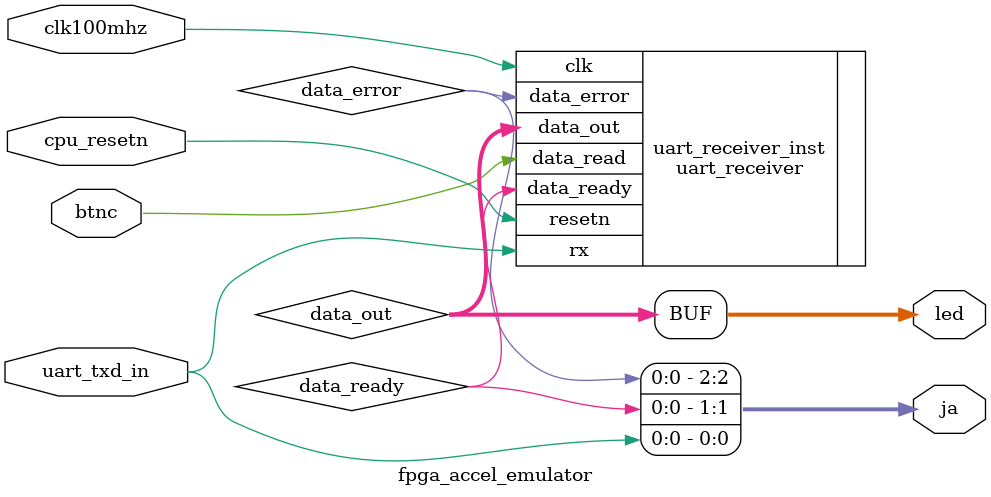
<source format=sv>
`timescale 1ns / 1ps
/**
 * FPGA Accelerator Emulator.
 *
 * This module is a work in progress which currently receives data through a UART interface and displays the received
 * data on LEDs. It uses a `uart_receiver` module to handle the UART communication.
 *
 * Inputs:
 *     clk100mhz (logic): 100 MHz input clock signal.
 *     cpu_resetn (logic): Active-low reset signal.
 *     uart_txd_in (logic): UART transmit data input.
 *     btnc (logic): A button used to indicate data has been read.
 *
 * Outputs:
 *     ja (logic [2:0]): Output signal indicating data state.
 *     led (logic [7:0]): Output LEDs displaying the received data.
 */
module fpga_accel_emulator (
    input logic clk100mhz,
    input logic cpu_resetn,
    input logic uart_txd_in,
    input logic btnc,
    output logic [2:0] ja,
    output logic [7:0] led
);
    // Internal Signals
    logic [7:0] data_out;
    logic data_ready;
    logic data_error;
    logic debug_baud_pulse_out;

    // Instantiate the uart_receiver module
    uart_receiver #(
        .ClkFreq (100_000_000),
        .BaudRate(9600)
    ) uart_receiver_inst (
        .clk(clk100mhz),
        .resetn(cpu_resetn),
        .rx(uart_txd_in),
        .data_out(data_out),
        .data_ready(data_ready),
        .data_read(btnc),
        .data_error(data_error)
    );

    // Final Assignments
    assign ja  = {data_error, data_ready, uart_txd_in};
    assign led = data_out;
endmodule

</source>
